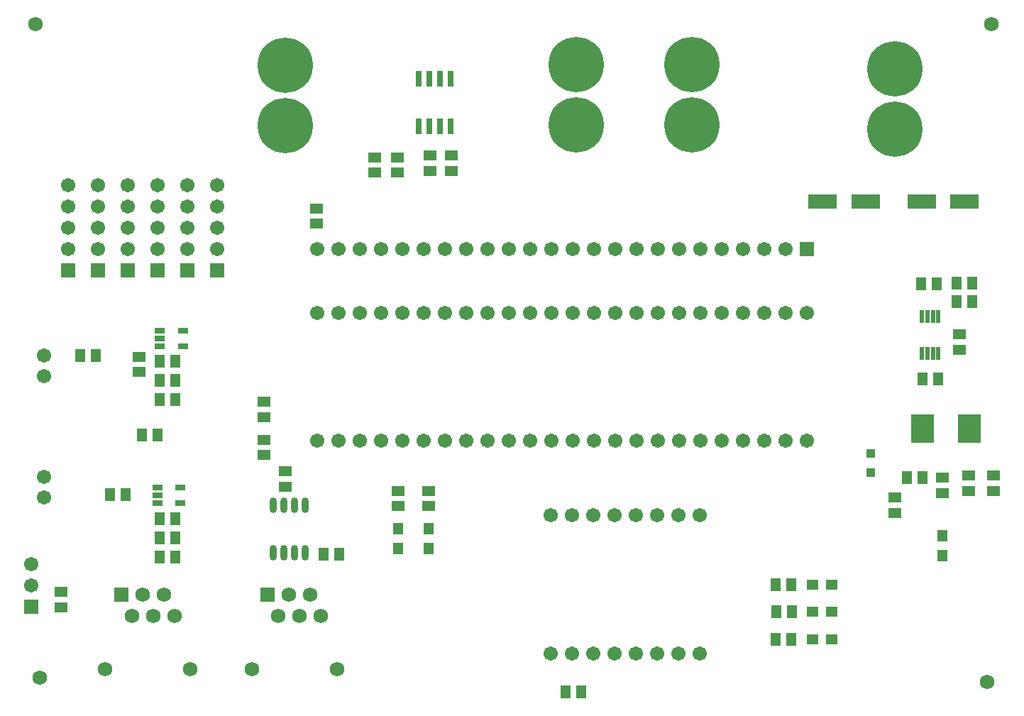
<source format=gts>
G04*
G04 #@! TF.GenerationSoftware,Altium Limited,Altium Designer,20.0.12 (288)*
G04*
G04 Layer_Color=8388736*
%FSLAX25Y25*%
%MOIN*%
G70*
G01*
G75*
%ADD28R,0.02165X0.06102*%
%ADD29R,0.04737X0.03162*%
%ADD30R,0.13398X0.07099*%
%ADD31R,0.04934X0.06312*%
%ADD32R,0.06312X0.04934*%
%ADD33R,0.04934X0.05918*%
%ADD34R,0.05918X0.04934*%
%ADD35O,0.03359X0.07296*%
%ADD36R,0.03162X0.07690*%
%ADD37R,0.10642X0.13595*%
%ADD38R,0.05721X0.05131*%
%ADD39R,0.05131X0.05721*%
%ADD40R,0.04343X0.03950*%
%ADD41C,0.06706*%
%ADD42R,0.06706X0.06706*%
%ADD43R,0.06706X0.06706*%
%ADD44C,0.25997*%
%ADD45C,0.06800*%
%ADD46R,0.06800X0.06800*%
D28*
X430118Y168110D02*
D03*
X432677D02*
D03*
X435236D02*
D03*
X437795D02*
D03*
Y185433D02*
D03*
X435236D02*
D03*
X432677D02*
D03*
X430118D02*
D03*
D29*
X81791Y105315D02*
D03*
Y97835D02*
D03*
X70965D02*
D03*
Y101575D02*
D03*
Y105315D02*
D03*
X82972Y178937D02*
D03*
Y171457D02*
D03*
X72146D02*
D03*
Y175197D02*
D03*
Y178937D02*
D03*
D30*
X383465Y239370D02*
D03*
X403543D02*
D03*
X450000D02*
D03*
X429921D02*
D03*
D31*
X72146Y90354D02*
D03*
X79429D02*
D03*
X72146Y164370D02*
D03*
X79429D02*
D03*
X270000Y9000D02*
D03*
X262717D02*
D03*
X437500Y156299D02*
D03*
X430217D02*
D03*
D32*
X417323Y100492D02*
D03*
Y93209D02*
D03*
X145669Y236319D02*
D03*
Y229035D02*
D03*
X130905Y105610D02*
D03*
Y112894D02*
D03*
X447638Y177264D02*
D03*
Y169980D02*
D03*
X452165Y110728D02*
D03*
Y103445D02*
D03*
X463551Y110909D02*
D03*
Y103626D02*
D03*
X209000Y261000D02*
D03*
Y253717D02*
D03*
X199000Y261000D02*
D03*
Y253716D02*
D03*
D33*
X79429Y72638D02*
D03*
X72146D02*
D03*
X79429Y81496D02*
D03*
X72146D02*
D03*
X48622Y101969D02*
D03*
X55905D02*
D03*
X63681Y129921D02*
D03*
X70965D02*
D03*
X72146Y146653D02*
D03*
X79429D02*
D03*
Y155512D02*
D03*
X72146D02*
D03*
X34744Y167323D02*
D03*
X42028D02*
D03*
X156201Y73819D02*
D03*
X148917D02*
D03*
X368602Y59449D02*
D03*
X361319D02*
D03*
X368996Y46850D02*
D03*
X361713D02*
D03*
X368602Y33858D02*
D03*
X361319D02*
D03*
X430413Y109843D02*
D03*
X423130D02*
D03*
X429724Y200787D02*
D03*
X437008D02*
D03*
X453642Y201181D02*
D03*
X446358D02*
D03*
Y192520D02*
D03*
X453642D02*
D03*
D34*
X121063Y145374D02*
D03*
Y138091D02*
D03*
X62205Y166634D02*
D03*
Y159350D02*
D03*
X121063Y127657D02*
D03*
Y120374D02*
D03*
X183858Y103642D02*
D03*
Y96358D02*
D03*
X198425Y103642D02*
D03*
Y96358D02*
D03*
X183500Y260283D02*
D03*
Y253000D02*
D03*
X173000Y253000D02*
D03*
Y260283D02*
D03*
X25591Y48819D02*
D03*
Y56102D02*
D03*
X439764Y102657D02*
D03*
Y109941D02*
D03*
D35*
X140374Y96752D02*
D03*
X135374D02*
D03*
X130374D02*
D03*
X125374D02*
D03*
X140374Y74508D02*
D03*
X135374D02*
D03*
X130374D02*
D03*
X125374D02*
D03*
D36*
X193500Y274878D02*
D03*
X198500D02*
D03*
X203500D02*
D03*
X208500D02*
D03*
X193500Y297122D02*
D03*
X198500D02*
D03*
X203500D02*
D03*
X208500D02*
D03*
D37*
X452362Y132677D02*
D03*
X430315D02*
D03*
D38*
X378543Y59449D02*
D03*
X387795D02*
D03*
X378543Y46850D02*
D03*
X387795D02*
D03*
X378543Y33858D02*
D03*
X387795D02*
D03*
D39*
X183858Y85827D02*
D03*
Y76575D02*
D03*
X198425Y85827D02*
D03*
Y76575D02*
D03*
X439764Y82480D02*
D03*
Y73228D02*
D03*
D40*
X405905Y112205D02*
D03*
Y121260D02*
D03*
D41*
X265800Y27200D02*
D03*
X255800D02*
D03*
X265800Y92200D02*
D03*
X255800D02*
D03*
X285800Y27200D02*
D03*
X275800D02*
D03*
X285800Y92200D02*
D03*
X275800D02*
D03*
X305800Y27200D02*
D03*
X295800D02*
D03*
X305800Y92200D02*
D03*
X295800D02*
D03*
X315800D02*
D03*
X325800D02*
D03*
X315800Y27200D02*
D03*
X325800D02*
D03*
X145858Y127142D02*
D03*
X155858D02*
D03*
X165858D02*
D03*
X175858D02*
D03*
X185858D02*
D03*
X195858D02*
D03*
X205858D02*
D03*
X215858D02*
D03*
X225858D02*
D03*
X235858D02*
D03*
X245858D02*
D03*
X255858D02*
D03*
X265858D02*
D03*
X275858D02*
D03*
Y187142D02*
D03*
X265858D02*
D03*
X255858D02*
D03*
X245858D02*
D03*
X235858D02*
D03*
X225858D02*
D03*
X215858D02*
D03*
X205858D02*
D03*
X195858D02*
D03*
X185858D02*
D03*
X175858D02*
D03*
X295858Y127142D02*
D03*
X305858D02*
D03*
X315858D02*
D03*
X325858D02*
D03*
X335858D02*
D03*
X345858D02*
D03*
X355858D02*
D03*
X365858D02*
D03*
X375858D02*
D03*
Y187142D02*
D03*
X365858D02*
D03*
X355858D02*
D03*
X345858D02*
D03*
X335858D02*
D03*
X325858D02*
D03*
X315858D02*
D03*
X285858Y127142D02*
D03*
X165858Y187142D02*
D03*
X155858D02*
D03*
X145858D02*
D03*
X285858D02*
D03*
X295858D02*
D03*
X305858D02*
D03*
X17717Y100394D02*
D03*
Y110236D02*
D03*
Y157480D02*
D03*
Y167323D02*
D03*
X29000Y247000D02*
D03*
Y217000D02*
D03*
Y227000D02*
D03*
Y237000D02*
D03*
X43000Y247000D02*
D03*
Y217000D02*
D03*
Y227000D02*
D03*
Y237000D02*
D03*
X57000Y247000D02*
D03*
Y217000D02*
D03*
Y227000D02*
D03*
Y237000D02*
D03*
X71000Y247000D02*
D03*
Y217000D02*
D03*
Y227000D02*
D03*
Y237000D02*
D03*
X85000Y247000D02*
D03*
Y217000D02*
D03*
Y227000D02*
D03*
Y237000D02*
D03*
X99000Y247000D02*
D03*
Y217000D02*
D03*
Y227000D02*
D03*
Y237000D02*
D03*
X11811Y69055D02*
D03*
Y59055D02*
D03*
X155858Y217142D02*
D03*
X165858D02*
D03*
X175858D02*
D03*
X185858D02*
D03*
X225858D02*
D03*
X215858D02*
D03*
X205858D02*
D03*
X195858D02*
D03*
X265858D02*
D03*
X255858D02*
D03*
X245858D02*
D03*
X235858D02*
D03*
X305858D02*
D03*
X295858D02*
D03*
X285858D02*
D03*
X275858D02*
D03*
X345858D02*
D03*
X355858D02*
D03*
X365858D02*
D03*
X315858D02*
D03*
X325858D02*
D03*
X335858D02*
D03*
X145858D02*
D03*
D42*
X29000Y207000D02*
D03*
X43000D02*
D03*
X57000D02*
D03*
X71000D02*
D03*
X85000D02*
D03*
X99000D02*
D03*
X11811Y49055D02*
D03*
D43*
X375858Y217142D02*
D03*
D44*
X322047Y303937D02*
D03*
Y275590D02*
D03*
X417323Y273622D02*
D03*
Y301969D02*
D03*
X130878Y303642D02*
D03*
Y275295D02*
D03*
X267717Y303937D02*
D03*
Y275590D02*
D03*
D45*
X46398Y19783D02*
D03*
X86398D02*
D03*
X63898Y54783D02*
D03*
X73898D02*
D03*
X58898Y44783D02*
D03*
X68898D02*
D03*
X78898D02*
D03*
X115295Y19783D02*
D03*
X155295D02*
D03*
X132795Y54783D02*
D03*
X142795D02*
D03*
X127795Y44783D02*
D03*
X137795D02*
D03*
X147795D02*
D03*
X15748Y15748D02*
D03*
X462598Y322835D02*
D03*
X460630Y13780D02*
D03*
X13780Y322835D02*
D03*
D46*
X53898Y54783D02*
D03*
X122795D02*
D03*
M02*

</source>
